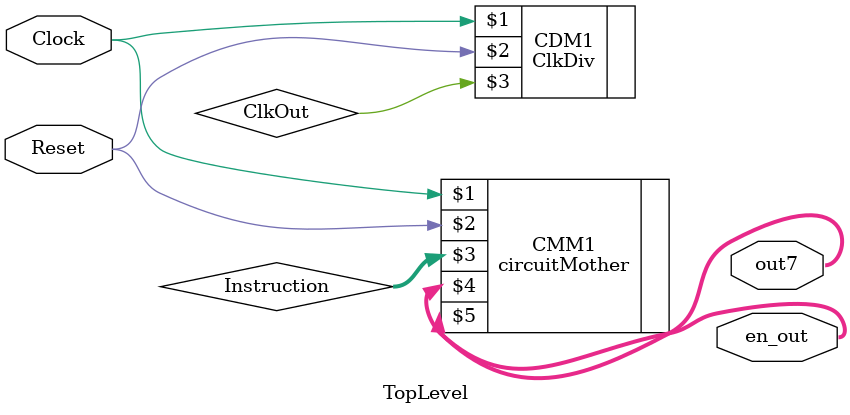
<source format=v>
`timescale 1ns / 1ps


module TopLevel(Clock, Reset, out7, en_out);

    input Clock, Reset;
    output [6:0] out7;
    output [3:0] en_out;
    
    wire ClkOut; // For ClkDiv
    
    ClkDiv CDM1(Clock, Reset, ClkOut);
    
    wire [31:0] Instruction; // Just Ground, not needed in top level
    
    // circuitMother  (Clock, Reset, Instruction, out7, en_out);
    circuitMother CMM1(Clock, Reset, Instruction, out7, en_out);

endmodule

</source>
